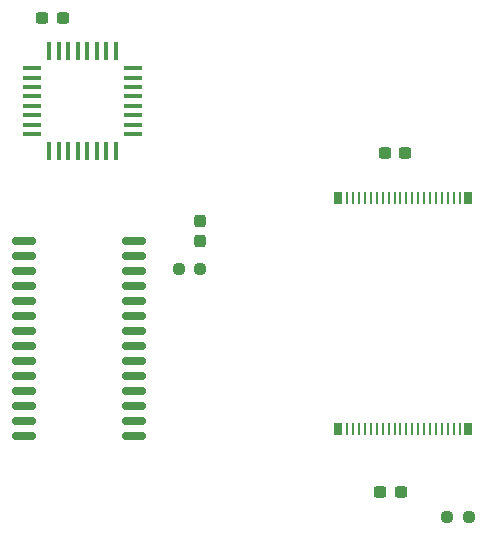
<source format=gbr>
%TF.GenerationSoftware,KiCad,Pcbnew,(6.0.2)*%
%TF.CreationDate,2022-03-20T11:28:52+00:00*%
%TF.ProjectId,Gameboy MBC5 Cart + FRAM,47616d65-626f-4792-904d-424335204361,rev?*%
%TF.SameCoordinates,Original*%
%TF.FileFunction,Paste,Top*%
%TF.FilePolarity,Positive*%
%FSLAX46Y46*%
G04 Gerber Fmt 4.6, Leading zero omitted, Abs format (unit mm)*
G04 Created by KiCad (PCBNEW (6.0.2)) date 2022-03-20 11:28:52*
%MOMM*%
%LPD*%
G01*
G04 APERTURE LIST*
G04 Aperture macros list*
%AMRoundRect*
0 Rectangle with rounded corners*
0 $1 Rounding radius*
0 $2 $3 $4 $5 $6 $7 $8 $9 X,Y pos of 4 corners*
0 Add a 4 corners polygon primitive as box body*
4,1,4,$2,$3,$4,$5,$6,$7,$8,$9,$2,$3,0*
0 Add four circle primitives for the rounded corners*
1,1,$1+$1,$2,$3*
1,1,$1+$1,$4,$5*
1,1,$1+$1,$6,$7*
1,1,$1+$1,$8,$9*
0 Add four rect primitives between the rounded corners*
20,1,$1+$1,$2,$3,$4,$5,0*
20,1,$1+$1,$4,$5,$6,$7,0*
20,1,$1+$1,$6,$7,$8,$9,0*
20,1,$1+$1,$8,$9,$2,$3,0*%
G04 Aperture macros list end*
%ADD10RoundRect,0.237500X0.300000X0.237500X-0.300000X0.237500X-0.300000X-0.237500X0.300000X-0.237500X0*%
%ADD11RoundRect,0.150000X-0.875000X-0.150000X0.875000X-0.150000X0.875000X0.150000X-0.875000X0.150000X0*%
%ADD12RoundRect,0.237500X0.237500X-0.300000X0.237500X0.300000X-0.237500X0.300000X-0.237500X-0.300000X0*%
%ADD13RoundRect,0.237500X-0.300000X-0.237500X0.300000X-0.237500X0.300000X0.237500X-0.300000X0.237500X0*%
%ADD14R,0.750000X1.100000*%
%ADD15R,0.250000X1.100000*%
%ADD16RoundRect,0.237500X0.250000X0.237500X-0.250000X0.237500X-0.250000X-0.237500X0.250000X-0.237500X0*%
%ADD17R,0.450000X1.500000*%
%ADD18R,1.500000X0.450000*%
G04 APERTURE END LIST*
D10*
%TO.C,C3*%
X158462500Y-114400000D03*
X156737500Y-114400000D03*
%TD*%
D11*
%TO.C,U1*%
X126550000Y-93145000D03*
X126550000Y-94415000D03*
X126550000Y-95685000D03*
X126550000Y-96955000D03*
X126550000Y-98225000D03*
X126550000Y-99495000D03*
X126550000Y-100765000D03*
X126550000Y-102035000D03*
X126550000Y-103305000D03*
X126550000Y-104575000D03*
X126550000Y-105845000D03*
X126550000Y-107115000D03*
X126550000Y-108385000D03*
X126550000Y-109655000D03*
X135850000Y-109655000D03*
X135850000Y-108385000D03*
X135850000Y-107115000D03*
X135850000Y-105845000D03*
X135850000Y-104575000D03*
X135850000Y-103305000D03*
X135850000Y-102035000D03*
X135850000Y-100765000D03*
X135850000Y-99495000D03*
X135850000Y-98225000D03*
X135850000Y-96955000D03*
X135850000Y-95685000D03*
X135850000Y-94415000D03*
X135850000Y-93145000D03*
%TD*%
D12*
%TO.C,C2*%
X141500000Y-93162500D03*
X141500000Y-91437500D03*
%TD*%
D13*
%TO.C,C1*%
X128137500Y-74300000D03*
X129862500Y-74300000D03*
%TD*%
D14*
%TO.C,U3*%
X164200000Y-89550000D03*
D15*
X163450000Y-89550000D03*
X162950000Y-89550000D03*
X162450000Y-89550000D03*
X161950000Y-89550000D03*
X161450000Y-89550000D03*
X160950000Y-89550000D03*
X160450000Y-89550000D03*
X159950000Y-89550000D03*
X159450000Y-89550000D03*
X158950000Y-89550000D03*
X158450000Y-89550000D03*
X157950000Y-89550000D03*
X157450000Y-89550000D03*
X156950000Y-89550000D03*
X156450000Y-89550000D03*
X155950000Y-89550000D03*
X155450000Y-89550000D03*
X154950000Y-89550000D03*
X154450000Y-89550000D03*
X153950000Y-89550000D03*
D14*
X153200000Y-89550000D03*
X153200000Y-109050000D03*
D15*
X153950000Y-109050000D03*
X154450000Y-109050000D03*
X154950000Y-109050000D03*
X155450000Y-109050000D03*
X155950000Y-109050000D03*
X156450000Y-109050000D03*
X156950000Y-109050000D03*
X157450000Y-109050000D03*
X157950000Y-109050000D03*
X158450000Y-109050000D03*
X158950000Y-109050000D03*
X159450000Y-109050000D03*
X159950000Y-109050000D03*
X160450000Y-109050000D03*
X160950000Y-109050000D03*
X161450000Y-109050000D03*
X161950000Y-109050000D03*
X162450000Y-109050000D03*
X162950000Y-109050000D03*
X163450000Y-109050000D03*
D14*
X164200000Y-109050000D03*
%TD*%
D16*
%TO.C,R2*%
X164212500Y-116500000D03*
X162387500Y-116500000D03*
%TD*%
D10*
%TO.C,C4*%
X158862500Y-85700000D03*
X157137500Y-85700000D03*
%TD*%
D16*
%TO.C,R1*%
X141512500Y-95500000D03*
X139687500Y-95500000D03*
%TD*%
D17*
%TO.C,U2*%
X128725000Y-85570000D03*
X129525000Y-85570000D03*
X130325000Y-85570000D03*
X131125000Y-85570000D03*
X131925000Y-85570000D03*
X132725000Y-85570000D03*
X133525000Y-85570000D03*
X134325000Y-85570000D03*
D18*
X135770000Y-84125000D03*
X135770000Y-83325000D03*
X135770000Y-82525000D03*
X135770000Y-81725000D03*
X135770000Y-80925000D03*
X135770000Y-80125000D03*
X135770000Y-79325000D03*
X135770000Y-78525000D03*
D17*
X134325000Y-77080000D03*
X133525000Y-77080000D03*
X132725000Y-77080000D03*
X131925000Y-77080000D03*
X131125000Y-77080000D03*
X130325000Y-77080000D03*
X129525000Y-77080000D03*
X128725000Y-77080000D03*
D18*
X127280000Y-78525000D03*
X127280000Y-79325000D03*
X127280000Y-80125000D03*
X127280000Y-80925000D03*
X127280000Y-81725000D03*
X127280000Y-82525000D03*
X127280000Y-83325000D03*
X127280000Y-84125000D03*
%TD*%
M02*

</source>
